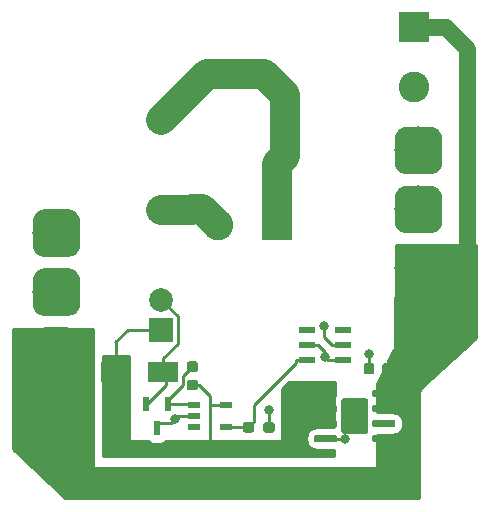
<source format=gbr>
G04 #@! TF.GenerationSoftware,KiCad,Pcbnew,5.1.4*
G04 #@! TF.CreationDate,2019-10-30T11:02:10-04:00*
G04 #@! TF.ProjectId,siot-node-relay,73696f74-2d6e-46f6-9465-2d72656c6179,rev?*
G04 #@! TF.SameCoordinates,Original*
G04 #@! TF.FileFunction,Copper,L1,Top*
G04 #@! TF.FilePolarity,Positive*
%FSLAX46Y46*%
G04 Gerber Fmt 4.6, Leading zero omitted, Abs format (unit mm)*
G04 Created by KiCad (PCBNEW 5.1.4) date 2019-10-30 11:02:10*
%MOMM*%
%LPD*%
G04 APERTURE LIST*
%ADD10C,2.600000*%
%ADD11R,2.600000X2.600000*%
%ADD12C,2.000000*%
%ADD13R,2.000000X2.000000*%
%ADD14R,1.330000X0.530000*%
%ADD15C,0.800000*%
%ADD16C,0.100000*%
%ADD17C,0.600000*%
%ADD18C,2.290000*%
%ADD19C,0.875000*%
%ADD20R,0.600000X1.300000*%
%ADD21R,2.500000X1.800000*%
%ADD22R,1.050000X0.600000*%
%ADD23C,4.000000*%
%ADD24C,0.250000*%
%ADD25C,1.397000*%
%ADD26C,2.540000*%
%ADD27C,0.254000*%
G04 APERTURE END LIST*
D10*
X194750000Y-83100000D03*
D11*
X194750000Y-78100000D03*
D10*
X178150000Y-94800000D03*
D11*
X183150000Y-94800000D03*
D12*
X173350000Y-85920000D03*
X173350000Y-93540000D03*
X173350000Y-101160000D03*
D13*
X173350000Y-103700000D03*
D14*
X185725000Y-106270000D03*
X185725000Y-105000000D03*
X185725000Y-103730000D03*
X188775000Y-103730000D03*
X188775000Y-106270000D03*
X188775000Y-105000000D03*
D15*
X190250000Y-111900000D03*
X189150000Y-111900000D03*
X190250000Y-111000000D03*
X190250000Y-110100000D03*
X189150000Y-111000000D03*
D16*
G36*
X193064703Y-108795722D02*
G01*
X193079264Y-108797882D01*
X193093543Y-108801459D01*
X193107403Y-108806418D01*
X193120710Y-108812712D01*
X193133336Y-108820280D01*
X193145159Y-108829048D01*
X193156066Y-108838934D01*
X193165952Y-108849841D01*
X193174720Y-108861664D01*
X193182288Y-108874290D01*
X193188582Y-108887597D01*
X193193541Y-108901457D01*
X193197118Y-108915736D01*
X193199278Y-108930297D01*
X193200000Y-108945000D01*
X193200000Y-109245000D01*
X193199278Y-109259703D01*
X193197118Y-109274264D01*
X193193541Y-109288543D01*
X193188582Y-109302403D01*
X193182288Y-109315710D01*
X193174720Y-109328336D01*
X193165952Y-109340159D01*
X193156066Y-109351066D01*
X193145159Y-109360952D01*
X193133336Y-109369720D01*
X193120710Y-109377288D01*
X193107403Y-109383582D01*
X193093543Y-109388541D01*
X193079264Y-109392118D01*
X193064703Y-109394278D01*
X193050000Y-109395000D01*
X191400000Y-109395000D01*
X191385297Y-109394278D01*
X191370736Y-109392118D01*
X191356457Y-109388541D01*
X191342597Y-109383582D01*
X191329290Y-109377288D01*
X191316664Y-109369720D01*
X191304841Y-109360952D01*
X191293934Y-109351066D01*
X191284048Y-109340159D01*
X191275280Y-109328336D01*
X191267712Y-109315710D01*
X191261418Y-109302403D01*
X191256459Y-109288543D01*
X191252882Y-109274264D01*
X191250722Y-109259703D01*
X191250000Y-109245000D01*
X191250000Y-108945000D01*
X191250722Y-108930297D01*
X191252882Y-108915736D01*
X191256459Y-108901457D01*
X191261418Y-108887597D01*
X191267712Y-108874290D01*
X191275280Y-108861664D01*
X191284048Y-108849841D01*
X191293934Y-108838934D01*
X191304841Y-108829048D01*
X191316664Y-108820280D01*
X191329290Y-108812712D01*
X191342597Y-108806418D01*
X191356457Y-108801459D01*
X191370736Y-108797882D01*
X191385297Y-108795722D01*
X191400000Y-108795000D01*
X193050000Y-108795000D01*
X193064703Y-108795722D01*
X193064703Y-108795722D01*
G37*
D17*
X192225000Y-109095000D03*
D16*
G36*
X193064703Y-110065722D02*
G01*
X193079264Y-110067882D01*
X193093543Y-110071459D01*
X193107403Y-110076418D01*
X193120710Y-110082712D01*
X193133336Y-110090280D01*
X193145159Y-110099048D01*
X193156066Y-110108934D01*
X193165952Y-110119841D01*
X193174720Y-110131664D01*
X193182288Y-110144290D01*
X193188582Y-110157597D01*
X193193541Y-110171457D01*
X193197118Y-110185736D01*
X193199278Y-110200297D01*
X193200000Y-110215000D01*
X193200000Y-110515000D01*
X193199278Y-110529703D01*
X193197118Y-110544264D01*
X193193541Y-110558543D01*
X193188582Y-110572403D01*
X193182288Y-110585710D01*
X193174720Y-110598336D01*
X193165952Y-110610159D01*
X193156066Y-110621066D01*
X193145159Y-110630952D01*
X193133336Y-110639720D01*
X193120710Y-110647288D01*
X193107403Y-110653582D01*
X193093543Y-110658541D01*
X193079264Y-110662118D01*
X193064703Y-110664278D01*
X193050000Y-110665000D01*
X191400000Y-110665000D01*
X191385297Y-110664278D01*
X191370736Y-110662118D01*
X191356457Y-110658541D01*
X191342597Y-110653582D01*
X191329290Y-110647288D01*
X191316664Y-110639720D01*
X191304841Y-110630952D01*
X191293934Y-110621066D01*
X191284048Y-110610159D01*
X191275280Y-110598336D01*
X191267712Y-110585710D01*
X191261418Y-110572403D01*
X191256459Y-110558543D01*
X191252882Y-110544264D01*
X191250722Y-110529703D01*
X191250000Y-110515000D01*
X191250000Y-110215000D01*
X191250722Y-110200297D01*
X191252882Y-110185736D01*
X191256459Y-110171457D01*
X191261418Y-110157597D01*
X191267712Y-110144290D01*
X191275280Y-110131664D01*
X191284048Y-110119841D01*
X191293934Y-110108934D01*
X191304841Y-110099048D01*
X191316664Y-110090280D01*
X191329290Y-110082712D01*
X191342597Y-110076418D01*
X191356457Y-110071459D01*
X191370736Y-110067882D01*
X191385297Y-110065722D01*
X191400000Y-110065000D01*
X193050000Y-110065000D01*
X193064703Y-110065722D01*
X193064703Y-110065722D01*
G37*
D17*
X192225000Y-110365000D03*
D16*
G36*
X193064703Y-111335722D02*
G01*
X193079264Y-111337882D01*
X193093543Y-111341459D01*
X193107403Y-111346418D01*
X193120710Y-111352712D01*
X193133336Y-111360280D01*
X193145159Y-111369048D01*
X193156066Y-111378934D01*
X193165952Y-111389841D01*
X193174720Y-111401664D01*
X193182288Y-111414290D01*
X193188582Y-111427597D01*
X193193541Y-111441457D01*
X193197118Y-111455736D01*
X193199278Y-111470297D01*
X193200000Y-111485000D01*
X193200000Y-111785000D01*
X193199278Y-111799703D01*
X193197118Y-111814264D01*
X193193541Y-111828543D01*
X193188582Y-111842403D01*
X193182288Y-111855710D01*
X193174720Y-111868336D01*
X193165952Y-111880159D01*
X193156066Y-111891066D01*
X193145159Y-111900952D01*
X193133336Y-111909720D01*
X193120710Y-111917288D01*
X193107403Y-111923582D01*
X193093543Y-111928541D01*
X193079264Y-111932118D01*
X193064703Y-111934278D01*
X193050000Y-111935000D01*
X191400000Y-111935000D01*
X191385297Y-111934278D01*
X191370736Y-111932118D01*
X191356457Y-111928541D01*
X191342597Y-111923582D01*
X191329290Y-111917288D01*
X191316664Y-111909720D01*
X191304841Y-111900952D01*
X191293934Y-111891066D01*
X191284048Y-111880159D01*
X191275280Y-111868336D01*
X191267712Y-111855710D01*
X191261418Y-111842403D01*
X191256459Y-111828543D01*
X191252882Y-111814264D01*
X191250722Y-111799703D01*
X191250000Y-111785000D01*
X191250000Y-111485000D01*
X191250722Y-111470297D01*
X191252882Y-111455736D01*
X191256459Y-111441457D01*
X191261418Y-111427597D01*
X191267712Y-111414290D01*
X191275280Y-111401664D01*
X191284048Y-111389841D01*
X191293934Y-111378934D01*
X191304841Y-111369048D01*
X191316664Y-111360280D01*
X191329290Y-111352712D01*
X191342597Y-111346418D01*
X191356457Y-111341459D01*
X191370736Y-111337882D01*
X191385297Y-111335722D01*
X191400000Y-111335000D01*
X193050000Y-111335000D01*
X193064703Y-111335722D01*
X193064703Y-111335722D01*
G37*
D17*
X192225000Y-111635000D03*
D16*
G36*
X193064703Y-112605722D02*
G01*
X193079264Y-112607882D01*
X193093543Y-112611459D01*
X193107403Y-112616418D01*
X193120710Y-112622712D01*
X193133336Y-112630280D01*
X193145159Y-112639048D01*
X193156066Y-112648934D01*
X193165952Y-112659841D01*
X193174720Y-112671664D01*
X193182288Y-112684290D01*
X193188582Y-112697597D01*
X193193541Y-112711457D01*
X193197118Y-112725736D01*
X193199278Y-112740297D01*
X193200000Y-112755000D01*
X193200000Y-113055000D01*
X193199278Y-113069703D01*
X193197118Y-113084264D01*
X193193541Y-113098543D01*
X193188582Y-113112403D01*
X193182288Y-113125710D01*
X193174720Y-113138336D01*
X193165952Y-113150159D01*
X193156066Y-113161066D01*
X193145159Y-113170952D01*
X193133336Y-113179720D01*
X193120710Y-113187288D01*
X193107403Y-113193582D01*
X193093543Y-113198541D01*
X193079264Y-113202118D01*
X193064703Y-113204278D01*
X193050000Y-113205000D01*
X191400000Y-113205000D01*
X191385297Y-113204278D01*
X191370736Y-113202118D01*
X191356457Y-113198541D01*
X191342597Y-113193582D01*
X191329290Y-113187288D01*
X191316664Y-113179720D01*
X191304841Y-113170952D01*
X191293934Y-113161066D01*
X191284048Y-113150159D01*
X191275280Y-113138336D01*
X191267712Y-113125710D01*
X191261418Y-113112403D01*
X191256459Y-113098543D01*
X191252882Y-113084264D01*
X191250722Y-113069703D01*
X191250000Y-113055000D01*
X191250000Y-112755000D01*
X191250722Y-112740297D01*
X191252882Y-112725736D01*
X191256459Y-112711457D01*
X191261418Y-112697597D01*
X191267712Y-112684290D01*
X191275280Y-112671664D01*
X191284048Y-112659841D01*
X191293934Y-112648934D01*
X191304841Y-112639048D01*
X191316664Y-112630280D01*
X191329290Y-112622712D01*
X191342597Y-112616418D01*
X191356457Y-112611459D01*
X191370736Y-112607882D01*
X191385297Y-112605722D01*
X191400000Y-112605000D01*
X193050000Y-112605000D01*
X193064703Y-112605722D01*
X193064703Y-112605722D01*
G37*
D17*
X192225000Y-112905000D03*
D16*
G36*
X188114703Y-112605722D02*
G01*
X188129264Y-112607882D01*
X188143543Y-112611459D01*
X188157403Y-112616418D01*
X188170710Y-112622712D01*
X188183336Y-112630280D01*
X188195159Y-112639048D01*
X188206066Y-112648934D01*
X188215952Y-112659841D01*
X188224720Y-112671664D01*
X188232288Y-112684290D01*
X188238582Y-112697597D01*
X188243541Y-112711457D01*
X188247118Y-112725736D01*
X188249278Y-112740297D01*
X188250000Y-112755000D01*
X188250000Y-113055000D01*
X188249278Y-113069703D01*
X188247118Y-113084264D01*
X188243541Y-113098543D01*
X188238582Y-113112403D01*
X188232288Y-113125710D01*
X188224720Y-113138336D01*
X188215952Y-113150159D01*
X188206066Y-113161066D01*
X188195159Y-113170952D01*
X188183336Y-113179720D01*
X188170710Y-113187288D01*
X188157403Y-113193582D01*
X188143543Y-113198541D01*
X188129264Y-113202118D01*
X188114703Y-113204278D01*
X188100000Y-113205000D01*
X186450000Y-113205000D01*
X186435297Y-113204278D01*
X186420736Y-113202118D01*
X186406457Y-113198541D01*
X186392597Y-113193582D01*
X186379290Y-113187288D01*
X186366664Y-113179720D01*
X186354841Y-113170952D01*
X186343934Y-113161066D01*
X186334048Y-113150159D01*
X186325280Y-113138336D01*
X186317712Y-113125710D01*
X186311418Y-113112403D01*
X186306459Y-113098543D01*
X186302882Y-113084264D01*
X186300722Y-113069703D01*
X186300000Y-113055000D01*
X186300000Y-112755000D01*
X186300722Y-112740297D01*
X186302882Y-112725736D01*
X186306459Y-112711457D01*
X186311418Y-112697597D01*
X186317712Y-112684290D01*
X186325280Y-112671664D01*
X186334048Y-112659841D01*
X186343934Y-112648934D01*
X186354841Y-112639048D01*
X186366664Y-112630280D01*
X186379290Y-112622712D01*
X186392597Y-112616418D01*
X186406457Y-112611459D01*
X186420736Y-112607882D01*
X186435297Y-112605722D01*
X186450000Y-112605000D01*
X188100000Y-112605000D01*
X188114703Y-112605722D01*
X188114703Y-112605722D01*
G37*
D17*
X187275000Y-112905000D03*
D16*
G36*
X188114703Y-111335722D02*
G01*
X188129264Y-111337882D01*
X188143543Y-111341459D01*
X188157403Y-111346418D01*
X188170710Y-111352712D01*
X188183336Y-111360280D01*
X188195159Y-111369048D01*
X188206066Y-111378934D01*
X188215952Y-111389841D01*
X188224720Y-111401664D01*
X188232288Y-111414290D01*
X188238582Y-111427597D01*
X188243541Y-111441457D01*
X188247118Y-111455736D01*
X188249278Y-111470297D01*
X188250000Y-111485000D01*
X188250000Y-111785000D01*
X188249278Y-111799703D01*
X188247118Y-111814264D01*
X188243541Y-111828543D01*
X188238582Y-111842403D01*
X188232288Y-111855710D01*
X188224720Y-111868336D01*
X188215952Y-111880159D01*
X188206066Y-111891066D01*
X188195159Y-111900952D01*
X188183336Y-111909720D01*
X188170710Y-111917288D01*
X188157403Y-111923582D01*
X188143543Y-111928541D01*
X188129264Y-111932118D01*
X188114703Y-111934278D01*
X188100000Y-111935000D01*
X186450000Y-111935000D01*
X186435297Y-111934278D01*
X186420736Y-111932118D01*
X186406457Y-111928541D01*
X186392597Y-111923582D01*
X186379290Y-111917288D01*
X186366664Y-111909720D01*
X186354841Y-111900952D01*
X186343934Y-111891066D01*
X186334048Y-111880159D01*
X186325280Y-111868336D01*
X186317712Y-111855710D01*
X186311418Y-111842403D01*
X186306459Y-111828543D01*
X186302882Y-111814264D01*
X186300722Y-111799703D01*
X186300000Y-111785000D01*
X186300000Y-111485000D01*
X186300722Y-111470297D01*
X186302882Y-111455736D01*
X186306459Y-111441457D01*
X186311418Y-111427597D01*
X186317712Y-111414290D01*
X186325280Y-111401664D01*
X186334048Y-111389841D01*
X186343934Y-111378934D01*
X186354841Y-111369048D01*
X186366664Y-111360280D01*
X186379290Y-111352712D01*
X186392597Y-111346418D01*
X186406457Y-111341459D01*
X186420736Y-111337882D01*
X186435297Y-111335722D01*
X186450000Y-111335000D01*
X188100000Y-111335000D01*
X188114703Y-111335722D01*
X188114703Y-111335722D01*
G37*
D17*
X187275000Y-111635000D03*
D16*
G36*
X188114703Y-110065722D02*
G01*
X188129264Y-110067882D01*
X188143543Y-110071459D01*
X188157403Y-110076418D01*
X188170710Y-110082712D01*
X188183336Y-110090280D01*
X188195159Y-110099048D01*
X188206066Y-110108934D01*
X188215952Y-110119841D01*
X188224720Y-110131664D01*
X188232288Y-110144290D01*
X188238582Y-110157597D01*
X188243541Y-110171457D01*
X188247118Y-110185736D01*
X188249278Y-110200297D01*
X188250000Y-110215000D01*
X188250000Y-110515000D01*
X188249278Y-110529703D01*
X188247118Y-110544264D01*
X188243541Y-110558543D01*
X188238582Y-110572403D01*
X188232288Y-110585710D01*
X188224720Y-110598336D01*
X188215952Y-110610159D01*
X188206066Y-110621066D01*
X188195159Y-110630952D01*
X188183336Y-110639720D01*
X188170710Y-110647288D01*
X188157403Y-110653582D01*
X188143543Y-110658541D01*
X188129264Y-110662118D01*
X188114703Y-110664278D01*
X188100000Y-110665000D01*
X186450000Y-110665000D01*
X186435297Y-110664278D01*
X186420736Y-110662118D01*
X186406457Y-110658541D01*
X186392597Y-110653582D01*
X186379290Y-110647288D01*
X186366664Y-110639720D01*
X186354841Y-110630952D01*
X186343934Y-110621066D01*
X186334048Y-110610159D01*
X186325280Y-110598336D01*
X186317712Y-110585710D01*
X186311418Y-110572403D01*
X186306459Y-110558543D01*
X186302882Y-110544264D01*
X186300722Y-110529703D01*
X186300000Y-110515000D01*
X186300000Y-110215000D01*
X186300722Y-110200297D01*
X186302882Y-110185736D01*
X186306459Y-110171457D01*
X186311418Y-110157597D01*
X186317712Y-110144290D01*
X186325280Y-110131664D01*
X186334048Y-110119841D01*
X186343934Y-110108934D01*
X186354841Y-110099048D01*
X186366664Y-110090280D01*
X186379290Y-110082712D01*
X186392597Y-110076418D01*
X186406457Y-110071459D01*
X186420736Y-110067882D01*
X186435297Y-110065722D01*
X186450000Y-110065000D01*
X188100000Y-110065000D01*
X188114703Y-110065722D01*
X188114703Y-110065722D01*
G37*
D17*
X187275000Y-110365000D03*
D16*
G36*
X188114703Y-108795722D02*
G01*
X188129264Y-108797882D01*
X188143543Y-108801459D01*
X188157403Y-108806418D01*
X188170710Y-108812712D01*
X188183336Y-108820280D01*
X188195159Y-108829048D01*
X188206066Y-108838934D01*
X188215952Y-108849841D01*
X188224720Y-108861664D01*
X188232288Y-108874290D01*
X188238582Y-108887597D01*
X188243541Y-108901457D01*
X188247118Y-108915736D01*
X188249278Y-108930297D01*
X188250000Y-108945000D01*
X188250000Y-109245000D01*
X188249278Y-109259703D01*
X188247118Y-109274264D01*
X188243541Y-109288543D01*
X188238582Y-109302403D01*
X188232288Y-109315710D01*
X188224720Y-109328336D01*
X188215952Y-109340159D01*
X188206066Y-109351066D01*
X188195159Y-109360952D01*
X188183336Y-109369720D01*
X188170710Y-109377288D01*
X188157403Y-109383582D01*
X188143543Y-109388541D01*
X188129264Y-109392118D01*
X188114703Y-109394278D01*
X188100000Y-109395000D01*
X186450000Y-109395000D01*
X186435297Y-109394278D01*
X186420736Y-109392118D01*
X186406457Y-109388541D01*
X186392597Y-109383582D01*
X186379290Y-109377288D01*
X186366664Y-109369720D01*
X186354841Y-109360952D01*
X186343934Y-109351066D01*
X186334048Y-109340159D01*
X186325280Y-109328336D01*
X186317712Y-109315710D01*
X186311418Y-109302403D01*
X186306459Y-109288543D01*
X186302882Y-109274264D01*
X186300722Y-109259703D01*
X186300000Y-109245000D01*
X186300000Y-108945000D01*
X186300722Y-108930297D01*
X186302882Y-108915736D01*
X186306459Y-108901457D01*
X186311418Y-108887597D01*
X186317712Y-108874290D01*
X186325280Y-108861664D01*
X186334048Y-108849841D01*
X186343934Y-108838934D01*
X186354841Y-108829048D01*
X186366664Y-108820280D01*
X186379290Y-108812712D01*
X186392597Y-108806418D01*
X186406457Y-108801459D01*
X186420736Y-108797882D01*
X186435297Y-108795722D01*
X186450000Y-108795000D01*
X188100000Y-108795000D01*
X188114703Y-108795722D01*
X188114703Y-108795722D01*
G37*
D17*
X187275000Y-109095000D03*
D15*
X189150000Y-110100000D03*
D16*
G36*
X190669505Y-109501204D02*
G01*
X190693773Y-109504804D01*
X190717572Y-109510765D01*
X190740671Y-109519030D01*
X190762850Y-109529520D01*
X190783893Y-109542132D01*
X190803599Y-109556747D01*
X190821777Y-109573223D01*
X190838253Y-109591401D01*
X190852868Y-109611107D01*
X190865480Y-109632150D01*
X190875970Y-109654329D01*
X190884235Y-109677428D01*
X190890196Y-109701227D01*
X190893796Y-109725495D01*
X190895000Y-109749999D01*
X190895000Y-112250001D01*
X190893796Y-112274505D01*
X190890196Y-112298773D01*
X190884235Y-112322572D01*
X190875970Y-112345671D01*
X190865480Y-112367850D01*
X190852868Y-112388893D01*
X190838253Y-112408599D01*
X190821777Y-112426777D01*
X190803599Y-112443253D01*
X190783893Y-112457868D01*
X190762850Y-112470480D01*
X190740671Y-112480970D01*
X190717572Y-112489235D01*
X190693773Y-112495196D01*
X190669505Y-112498796D01*
X190645001Y-112500000D01*
X188854999Y-112500000D01*
X188830495Y-112498796D01*
X188806227Y-112495196D01*
X188782428Y-112489235D01*
X188759329Y-112480970D01*
X188737150Y-112470480D01*
X188716107Y-112457868D01*
X188696401Y-112443253D01*
X188678223Y-112426777D01*
X188661747Y-112408599D01*
X188647132Y-112388893D01*
X188634520Y-112367850D01*
X188624030Y-112345671D01*
X188615765Y-112322572D01*
X188609804Y-112298773D01*
X188606204Y-112274505D01*
X188605000Y-112250001D01*
X188605000Y-109749999D01*
X188606204Y-109725495D01*
X188609804Y-109701227D01*
X188615765Y-109677428D01*
X188624030Y-109654329D01*
X188634520Y-109632150D01*
X188647132Y-109611107D01*
X188661747Y-109591401D01*
X188678223Y-109573223D01*
X188696401Y-109556747D01*
X188716107Y-109542132D01*
X188737150Y-109529520D01*
X188759329Y-109519030D01*
X188782428Y-109510765D01*
X188806227Y-109504804D01*
X188830495Y-109501204D01*
X188854999Y-109500000D01*
X190645001Y-109500000D01*
X190669505Y-109501204D01*
X190669505Y-109501204D01*
G37*
D18*
X189750000Y-111000000D03*
D16*
G36*
X176277691Y-106376053D02*
G01*
X176298926Y-106379203D01*
X176319750Y-106384419D01*
X176339962Y-106391651D01*
X176359368Y-106400830D01*
X176377781Y-106411866D01*
X176395024Y-106424654D01*
X176410930Y-106439070D01*
X176425346Y-106454976D01*
X176438134Y-106472219D01*
X176449170Y-106490632D01*
X176458349Y-106510038D01*
X176465581Y-106530250D01*
X176470797Y-106551074D01*
X176473947Y-106572309D01*
X176475000Y-106593750D01*
X176475000Y-107031250D01*
X176473947Y-107052691D01*
X176470797Y-107073926D01*
X176465581Y-107094750D01*
X176458349Y-107114962D01*
X176449170Y-107134368D01*
X176438134Y-107152781D01*
X176425346Y-107170024D01*
X176410930Y-107185930D01*
X176395024Y-107200346D01*
X176377781Y-107213134D01*
X176359368Y-107224170D01*
X176339962Y-107233349D01*
X176319750Y-107240581D01*
X176298926Y-107245797D01*
X176277691Y-107248947D01*
X176256250Y-107250000D01*
X175743750Y-107250000D01*
X175722309Y-107248947D01*
X175701074Y-107245797D01*
X175680250Y-107240581D01*
X175660038Y-107233349D01*
X175640632Y-107224170D01*
X175622219Y-107213134D01*
X175604976Y-107200346D01*
X175589070Y-107185930D01*
X175574654Y-107170024D01*
X175561866Y-107152781D01*
X175550830Y-107134368D01*
X175541651Y-107114962D01*
X175534419Y-107094750D01*
X175529203Y-107073926D01*
X175526053Y-107052691D01*
X175525000Y-107031250D01*
X175525000Y-106593750D01*
X175526053Y-106572309D01*
X175529203Y-106551074D01*
X175534419Y-106530250D01*
X175541651Y-106510038D01*
X175550830Y-106490632D01*
X175561866Y-106472219D01*
X175574654Y-106454976D01*
X175589070Y-106439070D01*
X175604976Y-106424654D01*
X175622219Y-106411866D01*
X175640632Y-106400830D01*
X175660038Y-106391651D01*
X175680250Y-106384419D01*
X175701074Y-106379203D01*
X175722309Y-106376053D01*
X175743750Y-106375000D01*
X176256250Y-106375000D01*
X176277691Y-106376053D01*
X176277691Y-106376053D01*
G37*
D19*
X176000000Y-106812500D03*
D16*
G36*
X176277691Y-107951053D02*
G01*
X176298926Y-107954203D01*
X176319750Y-107959419D01*
X176339962Y-107966651D01*
X176359368Y-107975830D01*
X176377781Y-107986866D01*
X176395024Y-107999654D01*
X176410930Y-108014070D01*
X176425346Y-108029976D01*
X176438134Y-108047219D01*
X176449170Y-108065632D01*
X176458349Y-108085038D01*
X176465581Y-108105250D01*
X176470797Y-108126074D01*
X176473947Y-108147309D01*
X176475000Y-108168750D01*
X176475000Y-108606250D01*
X176473947Y-108627691D01*
X176470797Y-108648926D01*
X176465581Y-108669750D01*
X176458349Y-108689962D01*
X176449170Y-108709368D01*
X176438134Y-108727781D01*
X176425346Y-108745024D01*
X176410930Y-108760930D01*
X176395024Y-108775346D01*
X176377781Y-108788134D01*
X176359368Y-108799170D01*
X176339962Y-108808349D01*
X176319750Y-108815581D01*
X176298926Y-108820797D01*
X176277691Y-108823947D01*
X176256250Y-108825000D01*
X175743750Y-108825000D01*
X175722309Y-108823947D01*
X175701074Y-108820797D01*
X175680250Y-108815581D01*
X175660038Y-108808349D01*
X175640632Y-108799170D01*
X175622219Y-108788134D01*
X175604976Y-108775346D01*
X175589070Y-108760930D01*
X175574654Y-108745024D01*
X175561866Y-108727781D01*
X175550830Y-108709368D01*
X175541651Y-108689962D01*
X175534419Y-108669750D01*
X175529203Y-108648926D01*
X175526053Y-108627691D01*
X175525000Y-108606250D01*
X175525000Y-108168750D01*
X175526053Y-108147309D01*
X175529203Y-108126074D01*
X175534419Y-108105250D01*
X175541651Y-108085038D01*
X175550830Y-108065632D01*
X175561866Y-108047219D01*
X175574654Y-108029976D01*
X175589070Y-108014070D01*
X175604976Y-107999654D01*
X175622219Y-107986866D01*
X175640632Y-107975830D01*
X175660038Y-107966651D01*
X175680250Y-107959419D01*
X175701074Y-107954203D01*
X175722309Y-107951053D01*
X175743750Y-107950000D01*
X176256250Y-107950000D01*
X176277691Y-107951053D01*
X176277691Y-107951053D01*
G37*
D19*
X176000000Y-108387500D03*
D20*
X173950000Y-109950000D03*
X172050000Y-109950000D03*
X173000000Y-112050000D03*
D21*
X173550000Y-107250000D03*
X169550000Y-107250000D03*
D22*
X176150000Y-110050000D03*
X176150000Y-111000000D03*
X176150000Y-111950000D03*
X178850000Y-111950000D03*
X178850000Y-110050000D03*
D16*
G36*
X181027691Y-111526053D02*
G01*
X181048926Y-111529203D01*
X181069750Y-111534419D01*
X181089962Y-111541651D01*
X181109368Y-111550830D01*
X181127781Y-111561866D01*
X181145024Y-111574654D01*
X181160930Y-111589070D01*
X181175346Y-111604976D01*
X181188134Y-111622219D01*
X181199170Y-111640632D01*
X181208349Y-111660038D01*
X181215581Y-111680250D01*
X181220797Y-111701074D01*
X181223947Y-111722309D01*
X181225000Y-111743750D01*
X181225000Y-112181250D01*
X181223947Y-112202691D01*
X181220797Y-112223926D01*
X181215581Y-112244750D01*
X181208349Y-112264962D01*
X181199170Y-112284368D01*
X181188134Y-112302781D01*
X181175346Y-112320024D01*
X181160930Y-112335930D01*
X181145024Y-112350346D01*
X181127781Y-112363134D01*
X181109368Y-112374170D01*
X181089962Y-112383349D01*
X181069750Y-112390581D01*
X181048926Y-112395797D01*
X181027691Y-112398947D01*
X181006250Y-112400000D01*
X180493750Y-112400000D01*
X180472309Y-112398947D01*
X180451074Y-112395797D01*
X180430250Y-112390581D01*
X180410038Y-112383349D01*
X180390632Y-112374170D01*
X180372219Y-112363134D01*
X180354976Y-112350346D01*
X180339070Y-112335930D01*
X180324654Y-112320024D01*
X180311866Y-112302781D01*
X180300830Y-112284368D01*
X180291651Y-112264962D01*
X180284419Y-112244750D01*
X180279203Y-112223926D01*
X180276053Y-112202691D01*
X180275000Y-112181250D01*
X180275000Y-111743750D01*
X180276053Y-111722309D01*
X180279203Y-111701074D01*
X180284419Y-111680250D01*
X180291651Y-111660038D01*
X180300830Y-111640632D01*
X180311866Y-111622219D01*
X180324654Y-111604976D01*
X180339070Y-111589070D01*
X180354976Y-111574654D01*
X180372219Y-111561866D01*
X180390632Y-111550830D01*
X180410038Y-111541651D01*
X180430250Y-111534419D01*
X180451074Y-111529203D01*
X180472309Y-111526053D01*
X180493750Y-111525000D01*
X181006250Y-111525000D01*
X181027691Y-111526053D01*
X181027691Y-111526053D01*
G37*
D19*
X180750000Y-111962500D03*
D16*
G36*
X181027691Y-113101053D02*
G01*
X181048926Y-113104203D01*
X181069750Y-113109419D01*
X181089962Y-113116651D01*
X181109368Y-113125830D01*
X181127781Y-113136866D01*
X181145024Y-113149654D01*
X181160930Y-113164070D01*
X181175346Y-113179976D01*
X181188134Y-113197219D01*
X181199170Y-113215632D01*
X181208349Y-113235038D01*
X181215581Y-113255250D01*
X181220797Y-113276074D01*
X181223947Y-113297309D01*
X181225000Y-113318750D01*
X181225000Y-113756250D01*
X181223947Y-113777691D01*
X181220797Y-113798926D01*
X181215581Y-113819750D01*
X181208349Y-113839962D01*
X181199170Y-113859368D01*
X181188134Y-113877781D01*
X181175346Y-113895024D01*
X181160930Y-113910930D01*
X181145024Y-113925346D01*
X181127781Y-113938134D01*
X181109368Y-113949170D01*
X181089962Y-113958349D01*
X181069750Y-113965581D01*
X181048926Y-113970797D01*
X181027691Y-113973947D01*
X181006250Y-113975000D01*
X180493750Y-113975000D01*
X180472309Y-113973947D01*
X180451074Y-113970797D01*
X180430250Y-113965581D01*
X180410038Y-113958349D01*
X180390632Y-113949170D01*
X180372219Y-113938134D01*
X180354976Y-113925346D01*
X180339070Y-113910930D01*
X180324654Y-113895024D01*
X180311866Y-113877781D01*
X180300830Y-113859368D01*
X180291651Y-113839962D01*
X180284419Y-113819750D01*
X180279203Y-113798926D01*
X180276053Y-113777691D01*
X180275000Y-113756250D01*
X180275000Y-113318750D01*
X180276053Y-113297309D01*
X180279203Y-113276074D01*
X180284419Y-113255250D01*
X180291651Y-113235038D01*
X180300830Y-113215632D01*
X180311866Y-113197219D01*
X180324654Y-113179976D01*
X180339070Y-113164070D01*
X180354976Y-113149654D01*
X180372219Y-113136866D01*
X180390632Y-113125830D01*
X180410038Y-113116651D01*
X180430250Y-113109419D01*
X180451074Y-113104203D01*
X180472309Y-113101053D01*
X180493750Y-113100000D01*
X181006250Y-113100000D01*
X181027691Y-113101053D01*
X181027691Y-113101053D01*
G37*
D19*
X180750000Y-113537500D03*
D16*
G36*
X196248017Y-86504815D02*
G01*
X196345090Y-86519215D01*
X196440285Y-86543060D01*
X196532683Y-86576120D01*
X196621397Y-86618079D01*
X196705570Y-86668530D01*
X196784393Y-86726990D01*
X196857107Y-86792893D01*
X196923010Y-86865607D01*
X196981470Y-86944430D01*
X197031921Y-87028603D01*
X197073880Y-87117317D01*
X197106940Y-87209715D01*
X197130785Y-87304910D01*
X197145185Y-87401983D01*
X197150000Y-87500000D01*
X197150000Y-89500000D01*
X197145185Y-89598017D01*
X197130785Y-89695090D01*
X197106940Y-89790285D01*
X197073880Y-89882683D01*
X197031921Y-89971397D01*
X196981470Y-90055570D01*
X196923010Y-90134393D01*
X196857107Y-90207107D01*
X196784393Y-90273010D01*
X196705570Y-90331470D01*
X196621397Y-90381921D01*
X196532683Y-90423880D01*
X196440285Y-90456940D01*
X196345090Y-90480785D01*
X196248017Y-90495185D01*
X196150000Y-90500000D01*
X194150000Y-90500000D01*
X194051983Y-90495185D01*
X193954910Y-90480785D01*
X193859715Y-90456940D01*
X193767317Y-90423880D01*
X193678603Y-90381921D01*
X193594430Y-90331470D01*
X193515607Y-90273010D01*
X193442893Y-90207107D01*
X193376990Y-90134393D01*
X193318530Y-90055570D01*
X193268079Y-89971397D01*
X193226120Y-89882683D01*
X193193060Y-89790285D01*
X193169215Y-89695090D01*
X193154815Y-89598017D01*
X193150000Y-89500000D01*
X193150000Y-87500000D01*
X193154815Y-87401983D01*
X193169215Y-87304910D01*
X193193060Y-87209715D01*
X193226120Y-87117317D01*
X193268079Y-87028603D01*
X193318530Y-86944430D01*
X193376990Y-86865607D01*
X193442893Y-86792893D01*
X193515607Y-86726990D01*
X193594430Y-86668530D01*
X193678603Y-86618079D01*
X193767317Y-86576120D01*
X193859715Y-86543060D01*
X193954910Y-86519215D01*
X194051983Y-86504815D01*
X194150000Y-86500000D01*
X196150000Y-86500000D01*
X196248017Y-86504815D01*
X196248017Y-86504815D01*
G37*
D23*
X195150000Y-88500000D03*
D16*
G36*
X196248017Y-91504815D02*
G01*
X196345090Y-91519215D01*
X196440285Y-91543060D01*
X196532683Y-91576120D01*
X196621397Y-91618079D01*
X196705570Y-91668530D01*
X196784393Y-91726990D01*
X196857107Y-91792893D01*
X196923010Y-91865607D01*
X196981470Y-91944430D01*
X197031921Y-92028603D01*
X197073880Y-92117317D01*
X197106940Y-92209715D01*
X197130785Y-92304910D01*
X197145185Y-92401983D01*
X197150000Y-92500000D01*
X197150000Y-94500000D01*
X197145185Y-94598017D01*
X197130785Y-94695090D01*
X197106940Y-94790285D01*
X197073880Y-94882683D01*
X197031921Y-94971397D01*
X196981470Y-95055570D01*
X196923010Y-95134393D01*
X196857107Y-95207107D01*
X196784393Y-95273010D01*
X196705570Y-95331470D01*
X196621397Y-95381921D01*
X196532683Y-95423880D01*
X196440285Y-95456940D01*
X196345090Y-95480785D01*
X196248017Y-95495185D01*
X196150000Y-95500000D01*
X194150000Y-95500000D01*
X194051983Y-95495185D01*
X193954910Y-95480785D01*
X193859715Y-95456940D01*
X193767317Y-95423880D01*
X193678603Y-95381921D01*
X193594430Y-95331470D01*
X193515607Y-95273010D01*
X193442893Y-95207107D01*
X193376990Y-95134393D01*
X193318530Y-95055570D01*
X193268079Y-94971397D01*
X193226120Y-94882683D01*
X193193060Y-94790285D01*
X193169215Y-94695090D01*
X193154815Y-94598017D01*
X193150000Y-94500000D01*
X193150000Y-92500000D01*
X193154815Y-92401983D01*
X193169215Y-92304910D01*
X193193060Y-92209715D01*
X193226120Y-92117317D01*
X193268079Y-92028603D01*
X193318530Y-91944430D01*
X193376990Y-91865607D01*
X193442893Y-91792893D01*
X193515607Y-91726990D01*
X193594430Y-91668530D01*
X193678603Y-91618079D01*
X193767317Y-91576120D01*
X193859715Y-91543060D01*
X193954910Y-91519215D01*
X194051983Y-91504815D01*
X194150000Y-91500000D01*
X196150000Y-91500000D01*
X196248017Y-91504815D01*
X196248017Y-91504815D01*
G37*
D23*
X195150000Y-93500000D03*
D16*
G36*
X196248017Y-96504815D02*
G01*
X196345090Y-96519215D01*
X196440285Y-96543060D01*
X196532683Y-96576120D01*
X196621397Y-96618079D01*
X196705570Y-96668530D01*
X196784393Y-96726990D01*
X196857107Y-96792893D01*
X196923010Y-96865607D01*
X196981470Y-96944430D01*
X197031921Y-97028603D01*
X197073880Y-97117317D01*
X197106940Y-97209715D01*
X197130785Y-97304910D01*
X197145185Y-97401983D01*
X197150000Y-97500000D01*
X197150000Y-99500000D01*
X197145185Y-99598017D01*
X197130785Y-99695090D01*
X197106940Y-99790285D01*
X197073880Y-99882683D01*
X197031921Y-99971397D01*
X196981470Y-100055570D01*
X196923010Y-100134393D01*
X196857107Y-100207107D01*
X196784393Y-100273010D01*
X196705570Y-100331470D01*
X196621397Y-100381921D01*
X196532683Y-100423880D01*
X196440285Y-100456940D01*
X196345090Y-100480785D01*
X196248017Y-100495185D01*
X196150000Y-100500000D01*
X194150000Y-100500000D01*
X194051983Y-100495185D01*
X193954910Y-100480785D01*
X193859715Y-100456940D01*
X193767317Y-100423880D01*
X193678603Y-100381921D01*
X193594430Y-100331470D01*
X193515607Y-100273010D01*
X193442893Y-100207107D01*
X193376990Y-100134393D01*
X193318530Y-100055570D01*
X193268079Y-99971397D01*
X193226120Y-99882683D01*
X193193060Y-99790285D01*
X193169215Y-99695090D01*
X193154815Y-99598017D01*
X193150000Y-99500000D01*
X193150000Y-97500000D01*
X193154815Y-97401983D01*
X193169215Y-97304910D01*
X193193060Y-97209715D01*
X193226120Y-97117317D01*
X193268079Y-97028603D01*
X193318530Y-96944430D01*
X193376990Y-96865607D01*
X193442893Y-96792893D01*
X193515607Y-96726990D01*
X193594430Y-96668530D01*
X193678603Y-96618079D01*
X193767317Y-96576120D01*
X193859715Y-96543060D01*
X193954910Y-96519215D01*
X194051983Y-96504815D01*
X194150000Y-96500000D01*
X196150000Y-96500000D01*
X196248017Y-96504815D01*
X196248017Y-96504815D01*
G37*
D23*
X195150000Y-98500000D03*
D16*
G36*
X165598017Y-93504815D02*
G01*
X165695090Y-93519215D01*
X165790285Y-93543060D01*
X165882683Y-93576120D01*
X165971397Y-93618079D01*
X166055570Y-93668530D01*
X166134393Y-93726990D01*
X166207107Y-93792893D01*
X166273010Y-93865607D01*
X166331470Y-93944430D01*
X166381921Y-94028603D01*
X166423880Y-94117317D01*
X166456940Y-94209715D01*
X166480785Y-94304910D01*
X166495185Y-94401983D01*
X166500000Y-94500000D01*
X166500000Y-96500000D01*
X166495185Y-96598017D01*
X166480785Y-96695090D01*
X166456940Y-96790285D01*
X166423880Y-96882683D01*
X166381921Y-96971397D01*
X166331470Y-97055570D01*
X166273010Y-97134393D01*
X166207107Y-97207107D01*
X166134393Y-97273010D01*
X166055570Y-97331470D01*
X165971397Y-97381921D01*
X165882683Y-97423880D01*
X165790285Y-97456940D01*
X165695090Y-97480785D01*
X165598017Y-97495185D01*
X165500000Y-97500000D01*
X163500000Y-97500000D01*
X163401983Y-97495185D01*
X163304910Y-97480785D01*
X163209715Y-97456940D01*
X163117317Y-97423880D01*
X163028603Y-97381921D01*
X162944430Y-97331470D01*
X162865607Y-97273010D01*
X162792893Y-97207107D01*
X162726990Y-97134393D01*
X162668530Y-97055570D01*
X162618079Y-96971397D01*
X162576120Y-96882683D01*
X162543060Y-96790285D01*
X162519215Y-96695090D01*
X162504815Y-96598017D01*
X162500000Y-96500000D01*
X162500000Y-94500000D01*
X162504815Y-94401983D01*
X162519215Y-94304910D01*
X162543060Y-94209715D01*
X162576120Y-94117317D01*
X162618079Y-94028603D01*
X162668530Y-93944430D01*
X162726990Y-93865607D01*
X162792893Y-93792893D01*
X162865607Y-93726990D01*
X162944430Y-93668530D01*
X163028603Y-93618079D01*
X163117317Y-93576120D01*
X163209715Y-93543060D01*
X163304910Y-93519215D01*
X163401983Y-93504815D01*
X163500000Y-93500000D01*
X165500000Y-93500000D01*
X165598017Y-93504815D01*
X165598017Y-93504815D01*
G37*
D23*
X164500000Y-95500000D03*
D16*
G36*
X165598017Y-98504815D02*
G01*
X165695090Y-98519215D01*
X165790285Y-98543060D01*
X165882683Y-98576120D01*
X165971397Y-98618079D01*
X166055570Y-98668530D01*
X166134393Y-98726990D01*
X166207107Y-98792893D01*
X166273010Y-98865607D01*
X166331470Y-98944430D01*
X166381921Y-99028603D01*
X166423880Y-99117317D01*
X166456940Y-99209715D01*
X166480785Y-99304910D01*
X166495185Y-99401983D01*
X166500000Y-99500000D01*
X166500000Y-101500000D01*
X166495185Y-101598017D01*
X166480785Y-101695090D01*
X166456940Y-101790285D01*
X166423880Y-101882683D01*
X166381921Y-101971397D01*
X166331470Y-102055570D01*
X166273010Y-102134393D01*
X166207107Y-102207107D01*
X166134393Y-102273010D01*
X166055570Y-102331470D01*
X165971397Y-102381921D01*
X165882683Y-102423880D01*
X165790285Y-102456940D01*
X165695090Y-102480785D01*
X165598017Y-102495185D01*
X165500000Y-102500000D01*
X163500000Y-102500000D01*
X163401983Y-102495185D01*
X163304910Y-102480785D01*
X163209715Y-102456940D01*
X163117317Y-102423880D01*
X163028603Y-102381921D01*
X162944430Y-102331470D01*
X162865607Y-102273010D01*
X162792893Y-102207107D01*
X162726990Y-102134393D01*
X162668530Y-102055570D01*
X162618079Y-101971397D01*
X162576120Y-101882683D01*
X162543060Y-101790285D01*
X162519215Y-101695090D01*
X162504815Y-101598017D01*
X162500000Y-101500000D01*
X162500000Y-99500000D01*
X162504815Y-99401983D01*
X162519215Y-99304910D01*
X162543060Y-99209715D01*
X162576120Y-99117317D01*
X162618079Y-99028603D01*
X162668530Y-98944430D01*
X162726990Y-98865607D01*
X162792893Y-98792893D01*
X162865607Y-98726990D01*
X162944430Y-98668530D01*
X163028603Y-98618079D01*
X163117317Y-98576120D01*
X163209715Y-98543060D01*
X163304910Y-98519215D01*
X163401983Y-98504815D01*
X163500000Y-98500000D01*
X165500000Y-98500000D01*
X165598017Y-98504815D01*
X165598017Y-98504815D01*
G37*
D23*
X164500000Y-100500000D03*
D16*
G36*
X165598017Y-103504815D02*
G01*
X165695090Y-103519215D01*
X165790285Y-103543060D01*
X165882683Y-103576120D01*
X165971397Y-103618079D01*
X166055570Y-103668530D01*
X166134393Y-103726990D01*
X166207107Y-103792893D01*
X166273010Y-103865607D01*
X166331470Y-103944430D01*
X166381921Y-104028603D01*
X166423880Y-104117317D01*
X166456940Y-104209715D01*
X166480785Y-104304910D01*
X166495185Y-104401983D01*
X166500000Y-104500000D01*
X166500000Y-106500000D01*
X166495185Y-106598017D01*
X166480785Y-106695090D01*
X166456940Y-106790285D01*
X166423880Y-106882683D01*
X166381921Y-106971397D01*
X166331470Y-107055570D01*
X166273010Y-107134393D01*
X166207107Y-107207107D01*
X166134393Y-107273010D01*
X166055570Y-107331470D01*
X165971397Y-107381921D01*
X165882683Y-107423880D01*
X165790285Y-107456940D01*
X165695090Y-107480785D01*
X165598017Y-107495185D01*
X165500000Y-107500000D01*
X163500000Y-107500000D01*
X163401983Y-107495185D01*
X163304910Y-107480785D01*
X163209715Y-107456940D01*
X163117317Y-107423880D01*
X163028603Y-107381921D01*
X162944430Y-107331470D01*
X162865607Y-107273010D01*
X162792893Y-107207107D01*
X162726990Y-107134393D01*
X162668530Y-107055570D01*
X162618079Y-106971397D01*
X162576120Y-106882683D01*
X162543060Y-106790285D01*
X162519215Y-106695090D01*
X162504815Y-106598017D01*
X162500000Y-106500000D01*
X162500000Y-104500000D01*
X162504815Y-104401983D01*
X162519215Y-104304910D01*
X162543060Y-104209715D01*
X162576120Y-104117317D01*
X162618079Y-104028603D01*
X162668530Y-103944430D01*
X162726990Y-103865607D01*
X162792893Y-103792893D01*
X162865607Y-103726990D01*
X162944430Y-103668530D01*
X163028603Y-103618079D01*
X163117317Y-103576120D01*
X163209715Y-103543060D01*
X163304910Y-103519215D01*
X163401983Y-103504815D01*
X163500000Y-103500000D01*
X165500000Y-103500000D01*
X165598017Y-103504815D01*
X165598017Y-103504815D01*
G37*
D23*
X164500000Y-105500000D03*
D16*
G36*
X182777691Y-111526053D02*
G01*
X182798926Y-111529203D01*
X182819750Y-111534419D01*
X182839962Y-111541651D01*
X182859368Y-111550830D01*
X182877781Y-111561866D01*
X182895024Y-111574654D01*
X182910930Y-111589070D01*
X182925346Y-111604976D01*
X182938134Y-111622219D01*
X182949170Y-111640632D01*
X182958349Y-111660038D01*
X182965581Y-111680250D01*
X182970797Y-111701074D01*
X182973947Y-111722309D01*
X182975000Y-111743750D01*
X182975000Y-112181250D01*
X182973947Y-112202691D01*
X182970797Y-112223926D01*
X182965581Y-112244750D01*
X182958349Y-112264962D01*
X182949170Y-112284368D01*
X182938134Y-112302781D01*
X182925346Y-112320024D01*
X182910930Y-112335930D01*
X182895024Y-112350346D01*
X182877781Y-112363134D01*
X182859368Y-112374170D01*
X182839962Y-112383349D01*
X182819750Y-112390581D01*
X182798926Y-112395797D01*
X182777691Y-112398947D01*
X182756250Y-112400000D01*
X182243750Y-112400000D01*
X182222309Y-112398947D01*
X182201074Y-112395797D01*
X182180250Y-112390581D01*
X182160038Y-112383349D01*
X182140632Y-112374170D01*
X182122219Y-112363134D01*
X182104976Y-112350346D01*
X182089070Y-112335930D01*
X182074654Y-112320024D01*
X182061866Y-112302781D01*
X182050830Y-112284368D01*
X182041651Y-112264962D01*
X182034419Y-112244750D01*
X182029203Y-112223926D01*
X182026053Y-112202691D01*
X182025000Y-112181250D01*
X182025000Y-111743750D01*
X182026053Y-111722309D01*
X182029203Y-111701074D01*
X182034419Y-111680250D01*
X182041651Y-111660038D01*
X182050830Y-111640632D01*
X182061866Y-111622219D01*
X182074654Y-111604976D01*
X182089070Y-111589070D01*
X182104976Y-111574654D01*
X182122219Y-111561866D01*
X182140632Y-111550830D01*
X182160038Y-111541651D01*
X182180250Y-111534419D01*
X182201074Y-111529203D01*
X182222309Y-111526053D01*
X182243750Y-111525000D01*
X182756250Y-111525000D01*
X182777691Y-111526053D01*
X182777691Y-111526053D01*
G37*
D19*
X182500000Y-111962500D03*
D16*
G36*
X182777691Y-113101053D02*
G01*
X182798926Y-113104203D01*
X182819750Y-113109419D01*
X182839962Y-113116651D01*
X182859368Y-113125830D01*
X182877781Y-113136866D01*
X182895024Y-113149654D01*
X182910930Y-113164070D01*
X182925346Y-113179976D01*
X182938134Y-113197219D01*
X182949170Y-113215632D01*
X182958349Y-113235038D01*
X182965581Y-113255250D01*
X182970797Y-113276074D01*
X182973947Y-113297309D01*
X182975000Y-113318750D01*
X182975000Y-113756250D01*
X182973947Y-113777691D01*
X182970797Y-113798926D01*
X182965581Y-113819750D01*
X182958349Y-113839962D01*
X182949170Y-113859368D01*
X182938134Y-113877781D01*
X182925346Y-113895024D01*
X182910930Y-113910930D01*
X182895024Y-113925346D01*
X182877781Y-113938134D01*
X182859368Y-113949170D01*
X182839962Y-113958349D01*
X182819750Y-113965581D01*
X182798926Y-113970797D01*
X182777691Y-113973947D01*
X182756250Y-113975000D01*
X182243750Y-113975000D01*
X182222309Y-113973947D01*
X182201074Y-113970797D01*
X182180250Y-113965581D01*
X182160038Y-113958349D01*
X182140632Y-113949170D01*
X182122219Y-113938134D01*
X182104976Y-113925346D01*
X182089070Y-113910930D01*
X182074654Y-113895024D01*
X182061866Y-113877781D01*
X182050830Y-113859368D01*
X182041651Y-113839962D01*
X182034419Y-113819750D01*
X182029203Y-113798926D01*
X182026053Y-113777691D01*
X182025000Y-113756250D01*
X182025000Y-113318750D01*
X182026053Y-113297309D01*
X182029203Y-113276074D01*
X182034419Y-113255250D01*
X182041651Y-113235038D01*
X182050830Y-113215632D01*
X182061866Y-113197219D01*
X182074654Y-113179976D01*
X182089070Y-113164070D01*
X182104976Y-113149654D01*
X182122219Y-113136866D01*
X182140632Y-113125830D01*
X182160038Y-113116651D01*
X182180250Y-113109419D01*
X182201074Y-113104203D01*
X182222309Y-113101053D01*
X182243750Y-113100000D01*
X182756250Y-113100000D01*
X182777691Y-113101053D01*
X182777691Y-113101053D01*
G37*
D19*
X182500000Y-113537500D03*
D16*
G36*
X191202691Y-106526053D02*
G01*
X191223926Y-106529203D01*
X191244750Y-106534419D01*
X191264962Y-106541651D01*
X191284368Y-106550830D01*
X191302781Y-106561866D01*
X191320024Y-106574654D01*
X191335930Y-106589070D01*
X191350346Y-106604976D01*
X191363134Y-106622219D01*
X191374170Y-106640632D01*
X191383349Y-106660038D01*
X191390581Y-106680250D01*
X191395797Y-106701074D01*
X191398947Y-106722309D01*
X191400000Y-106743750D01*
X191400000Y-107256250D01*
X191398947Y-107277691D01*
X191395797Y-107298926D01*
X191390581Y-107319750D01*
X191383349Y-107339962D01*
X191374170Y-107359368D01*
X191363134Y-107377781D01*
X191350346Y-107395024D01*
X191335930Y-107410930D01*
X191320024Y-107425346D01*
X191302781Y-107438134D01*
X191284368Y-107449170D01*
X191264962Y-107458349D01*
X191244750Y-107465581D01*
X191223926Y-107470797D01*
X191202691Y-107473947D01*
X191181250Y-107475000D01*
X190743750Y-107475000D01*
X190722309Y-107473947D01*
X190701074Y-107470797D01*
X190680250Y-107465581D01*
X190660038Y-107458349D01*
X190640632Y-107449170D01*
X190622219Y-107438134D01*
X190604976Y-107425346D01*
X190589070Y-107410930D01*
X190574654Y-107395024D01*
X190561866Y-107377781D01*
X190550830Y-107359368D01*
X190541651Y-107339962D01*
X190534419Y-107319750D01*
X190529203Y-107298926D01*
X190526053Y-107277691D01*
X190525000Y-107256250D01*
X190525000Y-106743750D01*
X190526053Y-106722309D01*
X190529203Y-106701074D01*
X190534419Y-106680250D01*
X190541651Y-106660038D01*
X190550830Y-106640632D01*
X190561866Y-106622219D01*
X190574654Y-106604976D01*
X190589070Y-106589070D01*
X190604976Y-106574654D01*
X190622219Y-106561866D01*
X190640632Y-106550830D01*
X190660038Y-106541651D01*
X190680250Y-106534419D01*
X190701074Y-106529203D01*
X190722309Y-106526053D01*
X190743750Y-106525000D01*
X191181250Y-106525000D01*
X191202691Y-106526053D01*
X191202691Y-106526053D01*
G37*
D19*
X190962500Y-107000000D03*
D16*
G36*
X192777691Y-106526053D02*
G01*
X192798926Y-106529203D01*
X192819750Y-106534419D01*
X192839962Y-106541651D01*
X192859368Y-106550830D01*
X192877781Y-106561866D01*
X192895024Y-106574654D01*
X192910930Y-106589070D01*
X192925346Y-106604976D01*
X192938134Y-106622219D01*
X192949170Y-106640632D01*
X192958349Y-106660038D01*
X192965581Y-106680250D01*
X192970797Y-106701074D01*
X192973947Y-106722309D01*
X192975000Y-106743750D01*
X192975000Y-107256250D01*
X192973947Y-107277691D01*
X192970797Y-107298926D01*
X192965581Y-107319750D01*
X192958349Y-107339962D01*
X192949170Y-107359368D01*
X192938134Y-107377781D01*
X192925346Y-107395024D01*
X192910930Y-107410930D01*
X192895024Y-107425346D01*
X192877781Y-107438134D01*
X192859368Y-107449170D01*
X192839962Y-107458349D01*
X192819750Y-107465581D01*
X192798926Y-107470797D01*
X192777691Y-107473947D01*
X192756250Y-107475000D01*
X192318750Y-107475000D01*
X192297309Y-107473947D01*
X192276074Y-107470797D01*
X192255250Y-107465581D01*
X192235038Y-107458349D01*
X192215632Y-107449170D01*
X192197219Y-107438134D01*
X192179976Y-107425346D01*
X192164070Y-107410930D01*
X192149654Y-107395024D01*
X192136866Y-107377781D01*
X192125830Y-107359368D01*
X192116651Y-107339962D01*
X192109419Y-107319750D01*
X192104203Y-107298926D01*
X192101053Y-107277691D01*
X192100000Y-107256250D01*
X192100000Y-106743750D01*
X192101053Y-106722309D01*
X192104203Y-106701074D01*
X192109419Y-106680250D01*
X192116651Y-106660038D01*
X192125830Y-106640632D01*
X192136866Y-106622219D01*
X192149654Y-106604976D01*
X192164070Y-106589070D01*
X192179976Y-106574654D01*
X192197219Y-106561866D01*
X192215632Y-106550830D01*
X192235038Y-106541651D01*
X192255250Y-106534419D01*
X192276074Y-106529203D01*
X192297309Y-106526053D01*
X192318750Y-106525000D01*
X192756250Y-106525000D01*
X192777691Y-106526053D01*
X192777691Y-106526053D01*
G37*
D19*
X192537500Y-107000000D03*
D15*
X165750000Y-96750000D03*
X163250000Y-96750000D03*
X164500000Y-95500000D03*
X165500000Y-94250000D03*
X163250000Y-94250000D03*
X195150000Y-88500000D03*
X196250000Y-89700000D03*
X194000000Y-87500000D03*
X196250000Y-87500000D03*
X194050000Y-89800000D03*
X191000000Y-105750000D03*
X188905000Y-112905000D03*
X174500000Y-111250000D03*
X187250000Y-106000000D03*
X182500000Y-110500000D03*
X187150000Y-103400000D03*
X193650000Y-93500000D03*
X166000000Y-100500000D03*
D24*
X190962500Y-107000000D02*
X190962500Y-105787500D01*
X190962500Y-105787500D02*
X191000000Y-105750000D01*
X187275000Y-112905000D02*
X188905000Y-112905000D01*
X173000000Y-111550000D02*
X174200000Y-111550000D01*
X174200000Y-111550000D02*
X174500000Y-111250000D01*
X174750000Y-111000000D02*
X174500000Y-111250000D01*
X176150000Y-111000000D02*
X174750000Y-111000000D01*
X186640000Y-105000000D02*
X187250000Y-105610000D01*
X185725000Y-105000000D02*
X186640000Y-105000000D01*
X187250000Y-105610000D02*
X187250000Y-106000000D01*
X187520000Y-106270000D02*
X188775000Y-106270000D01*
X187250000Y-106000000D02*
X187520000Y-106270000D01*
X182500000Y-111962500D02*
X182500000Y-110500000D01*
X176575000Y-108387500D02*
X177500000Y-109312500D01*
X176000000Y-108387500D02*
X176575000Y-108387500D01*
X177550000Y-110050000D02*
X178850000Y-110050000D01*
X177500000Y-110100000D02*
X177550000Y-110050000D01*
X177500000Y-110100000D02*
X177500000Y-113450000D01*
X177500000Y-109312500D02*
X177500000Y-110100000D01*
X173350000Y-103700000D02*
X170550000Y-103700000D01*
X170550000Y-103700000D02*
X169500000Y-104750000D01*
X169550000Y-104800000D02*
X169550000Y-107250000D01*
X169500000Y-104750000D02*
X169550000Y-104800000D01*
X187860000Y-105000000D02*
X187150000Y-104290000D01*
X188775000Y-105000000D02*
X187860000Y-105000000D01*
X187150000Y-104290000D02*
X187150000Y-103400000D01*
X173950000Y-109600000D02*
X173950000Y-109950000D01*
X175199990Y-108350010D02*
X173950000Y-109600000D01*
X175199990Y-107612510D02*
X175199990Y-108350010D01*
X176000000Y-106812500D02*
X175199990Y-107612510D01*
X176050000Y-109950000D02*
X176150000Y-110050000D01*
X173950000Y-109950000D02*
X176050000Y-109950000D01*
X180737500Y-111950000D02*
X180750000Y-111962500D01*
X178850000Y-111950000D02*
X180737500Y-111950000D01*
X181211612Y-111500888D02*
X181211612Y-110038388D01*
X180750000Y-111962500D02*
X181211612Y-111500888D01*
X181211612Y-110038388D02*
X184750000Y-106500000D01*
X184810000Y-106270000D02*
X185725000Y-106270000D01*
X184750000Y-106500000D02*
X184750000Y-106330000D01*
X184750000Y-106330000D02*
X184810000Y-106270000D01*
X173750000Y-107250000D02*
X173750000Y-108400000D01*
X172200000Y-109950000D02*
X172050000Y-109950000D01*
X173750000Y-108400000D02*
X172200000Y-109950000D01*
X174750000Y-102560000D02*
X173350000Y-101160000D01*
X174750000Y-104900000D02*
X174750000Y-102560000D01*
X173550000Y-107250000D02*
X173550000Y-106100000D01*
X173550000Y-106100000D02*
X174750000Y-104900000D01*
D25*
X197447000Y-78100000D02*
X194750000Y-78100000D01*
X199250000Y-79903000D02*
X197447000Y-78100000D01*
X199250000Y-97500000D02*
X199250000Y-79903000D01*
D26*
X176850001Y-93500001D02*
X176000001Y-93500001D01*
X178150000Y-94800000D02*
X176850001Y-93500001D01*
X175960002Y-93540000D02*
X173350000Y-93540000D01*
X176000001Y-93500001D02*
X175960002Y-93540000D01*
X183866401Y-83825327D02*
X182084673Y-82043599D01*
X183866401Y-88945327D02*
X183866401Y-83825327D01*
X177226401Y-82043599D02*
X173350000Y-85920000D01*
X182084673Y-82043599D02*
X177226401Y-82043599D01*
X183150000Y-89661728D02*
X183866401Y-88945327D01*
X183150000Y-94800000D02*
X183150000Y-89661728D01*
D27*
G36*
X200015000Y-104376672D02*
G01*
X195468167Y-108544603D01*
X195427763Y-108577762D01*
X195391971Y-108621375D01*
X195354316Y-108663394D01*
X195346121Y-108677243D01*
X195335914Y-108689680D01*
X195309322Y-108739429D01*
X195280584Y-108787995D01*
X195275247Y-108803180D01*
X195267664Y-108817367D01*
X195251289Y-108871349D01*
X195232578Y-108924587D01*
X195230307Y-108940518D01*
X195225636Y-108955915D01*
X195220106Y-109012062D01*
X195212142Y-109067920D01*
X195215001Y-109120118D01*
X195215000Y-117965000D01*
X165243121Y-117965000D01*
X160835000Y-113784103D01*
X160835000Y-103627000D01*
X167623000Y-103627000D01*
X167623000Y-115300000D01*
X167625440Y-115324776D01*
X167632667Y-115348601D01*
X167644403Y-115370557D01*
X167660197Y-115389803D01*
X167679443Y-115405597D01*
X167701399Y-115417333D01*
X167725224Y-115424560D01*
X167750000Y-115427000D01*
X191500000Y-115427000D01*
X191524776Y-115424560D01*
X191548601Y-115417333D01*
X191570557Y-115405597D01*
X191589803Y-115389803D01*
X191605597Y-115370557D01*
X191617333Y-115348601D01*
X191624560Y-115324776D01*
X191627000Y-115300000D01*
X191627000Y-112573072D01*
X193050000Y-112573072D01*
X193203745Y-112557929D01*
X193351582Y-112513084D01*
X193487829Y-112440258D01*
X193607251Y-112342251D01*
X193705258Y-112222829D01*
X193778084Y-112086582D01*
X193822929Y-111938745D01*
X193838072Y-111785000D01*
X193838072Y-111485000D01*
X193822929Y-111331255D01*
X193778084Y-111183418D01*
X193705258Y-111047171D01*
X193607251Y-110927749D01*
X193487829Y-110829742D01*
X193351582Y-110756916D01*
X193203745Y-110712071D01*
X193050000Y-110696928D01*
X191627000Y-110696928D01*
X191627000Y-108279980D01*
X193113592Y-105306796D01*
X193122490Y-105283544D01*
X193126992Y-105251435D01*
X193225573Y-96527000D01*
X200015000Y-96527000D01*
X200015000Y-104376672D01*
X200015000Y-104376672D01*
G37*
X200015000Y-104376672D02*
X195468167Y-108544603D01*
X195427763Y-108577762D01*
X195391971Y-108621375D01*
X195354316Y-108663394D01*
X195346121Y-108677243D01*
X195335914Y-108689680D01*
X195309322Y-108739429D01*
X195280584Y-108787995D01*
X195275247Y-108803180D01*
X195267664Y-108817367D01*
X195251289Y-108871349D01*
X195232578Y-108924587D01*
X195230307Y-108940518D01*
X195225636Y-108955915D01*
X195220106Y-109012062D01*
X195212142Y-109067920D01*
X195215001Y-109120118D01*
X195215000Y-117965000D01*
X165243121Y-117965000D01*
X160835000Y-113784103D01*
X160835000Y-103627000D01*
X167623000Y-103627000D01*
X167623000Y-115300000D01*
X167625440Y-115324776D01*
X167632667Y-115348601D01*
X167644403Y-115370557D01*
X167660197Y-115389803D01*
X167679443Y-115405597D01*
X167701399Y-115417333D01*
X167725224Y-115424560D01*
X167750000Y-115427000D01*
X191500000Y-115427000D01*
X191524776Y-115424560D01*
X191548601Y-115417333D01*
X191570557Y-115405597D01*
X191589803Y-115389803D01*
X191605597Y-115370557D01*
X191617333Y-115348601D01*
X191624560Y-115324776D01*
X191627000Y-115300000D01*
X191627000Y-112573072D01*
X193050000Y-112573072D01*
X193203745Y-112557929D01*
X193351582Y-112513084D01*
X193487829Y-112440258D01*
X193607251Y-112342251D01*
X193705258Y-112222829D01*
X193778084Y-112086582D01*
X193822929Y-111938745D01*
X193838072Y-111785000D01*
X193838072Y-111485000D01*
X193822929Y-111331255D01*
X193778084Y-111183418D01*
X193705258Y-111047171D01*
X193607251Y-110927749D01*
X193487829Y-110829742D01*
X193351582Y-110756916D01*
X193203745Y-110712071D01*
X193050000Y-110696928D01*
X191627000Y-110696928D01*
X191627000Y-108279980D01*
X193113592Y-105306796D01*
X193122490Y-105283544D01*
X193126992Y-105251435D01*
X193225573Y-96527000D01*
X200015000Y-96527000D01*
X200015000Y-104376672D01*
G36*
X170623000Y-113000000D02*
G01*
X170625440Y-113024776D01*
X170632667Y-113048601D01*
X170644403Y-113070557D01*
X170660197Y-113089803D01*
X170679443Y-113105597D01*
X170701399Y-113117333D01*
X170725224Y-113124560D01*
X170750000Y-113127000D01*
X172228967Y-113127000D01*
X172248815Y-113151185D01*
X172345506Y-113230537D01*
X172455820Y-113289502D01*
X172575518Y-113325812D01*
X172700000Y-113338072D01*
X173300000Y-113338072D01*
X173424482Y-113325812D01*
X173544180Y-113289502D01*
X173654494Y-113230537D01*
X173751185Y-113151185D01*
X173771033Y-113127000D01*
X183500000Y-113127000D01*
X183524776Y-113124560D01*
X183548601Y-113117333D01*
X183570557Y-113105597D01*
X183589803Y-113089803D01*
X183605597Y-113070557D01*
X183617333Y-113048601D01*
X183624560Y-113024776D01*
X183627000Y-113000000D01*
X183627000Y-108697801D01*
X184197802Y-108127000D01*
X188120036Y-108127000D01*
X188092947Y-109300855D01*
X188034528Y-109410149D01*
X187983992Y-109576745D01*
X187966928Y-109749999D01*
X187966928Y-111966928D01*
X186450000Y-111966928D01*
X186296255Y-111982071D01*
X186148418Y-112026916D01*
X186012171Y-112099742D01*
X185892749Y-112197749D01*
X185794742Y-112317171D01*
X185721916Y-112453418D01*
X185677071Y-112601255D01*
X185661928Y-112755000D01*
X185661928Y-113055000D01*
X185677071Y-113208745D01*
X185721916Y-113356582D01*
X185794742Y-113492829D01*
X185892749Y-113612251D01*
X186012171Y-113710258D01*
X186148418Y-113783084D01*
X186296255Y-113827929D01*
X186450000Y-113843072D01*
X187988126Y-113843072D01*
X187975897Y-114373000D01*
X168477000Y-114373000D01*
X168477000Y-105877000D01*
X170623000Y-105877000D01*
X170623000Y-113000000D01*
X170623000Y-113000000D01*
G37*
X170623000Y-113000000D02*
X170625440Y-113024776D01*
X170632667Y-113048601D01*
X170644403Y-113070557D01*
X170660197Y-113089803D01*
X170679443Y-113105597D01*
X170701399Y-113117333D01*
X170725224Y-113124560D01*
X170750000Y-113127000D01*
X172228967Y-113127000D01*
X172248815Y-113151185D01*
X172345506Y-113230537D01*
X172455820Y-113289502D01*
X172575518Y-113325812D01*
X172700000Y-113338072D01*
X173300000Y-113338072D01*
X173424482Y-113325812D01*
X173544180Y-113289502D01*
X173654494Y-113230537D01*
X173751185Y-113151185D01*
X173771033Y-113127000D01*
X183500000Y-113127000D01*
X183524776Y-113124560D01*
X183548601Y-113117333D01*
X183570557Y-113105597D01*
X183589803Y-113089803D01*
X183605597Y-113070557D01*
X183617333Y-113048601D01*
X183624560Y-113024776D01*
X183627000Y-113000000D01*
X183627000Y-108697801D01*
X184197802Y-108127000D01*
X188120036Y-108127000D01*
X188092947Y-109300855D01*
X188034528Y-109410149D01*
X187983992Y-109576745D01*
X187966928Y-109749999D01*
X187966928Y-111966928D01*
X186450000Y-111966928D01*
X186296255Y-111982071D01*
X186148418Y-112026916D01*
X186012171Y-112099742D01*
X185892749Y-112197749D01*
X185794742Y-112317171D01*
X185721916Y-112453418D01*
X185677071Y-112601255D01*
X185661928Y-112755000D01*
X185661928Y-113055000D01*
X185677071Y-113208745D01*
X185721916Y-113356582D01*
X185794742Y-113492829D01*
X185892749Y-113612251D01*
X186012171Y-113710258D01*
X186148418Y-113783084D01*
X186296255Y-113827929D01*
X186450000Y-113843072D01*
X187988126Y-113843072D01*
X187975897Y-114373000D01*
X168477000Y-114373000D01*
X168477000Y-105877000D01*
X170623000Y-105877000D01*
X170623000Y-113000000D01*
M02*

</source>
